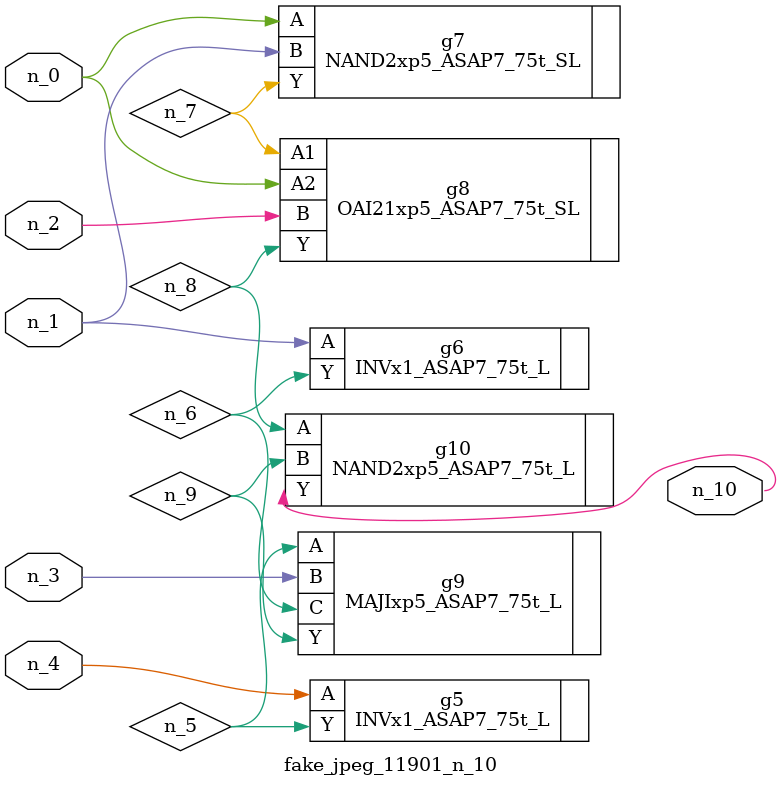
<source format=v>
module fake_jpeg_11901_n_10 (n_3, n_2, n_1, n_0, n_4, n_10);

input n_3;
input n_2;
input n_1;
input n_0;
input n_4;

output n_10;

wire n_8;
wire n_9;
wire n_6;
wire n_5;
wire n_7;

INVx1_ASAP7_75t_L g5 ( 
.A(n_4),
.Y(n_5)
);

INVx1_ASAP7_75t_L g6 ( 
.A(n_1),
.Y(n_6)
);

NAND2xp5_ASAP7_75t_SL g7 ( 
.A(n_0),
.B(n_1),
.Y(n_7)
);

OAI21xp5_ASAP7_75t_SL g8 ( 
.A1(n_7),
.A2(n_0),
.B(n_2),
.Y(n_8)
);

NAND2xp5_ASAP7_75t_L g10 ( 
.A(n_8),
.B(n_9),
.Y(n_10)
);

MAJIxp5_ASAP7_75t_L g9 ( 
.A(n_5),
.B(n_3),
.C(n_6),
.Y(n_9)
);


endmodule
</source>
